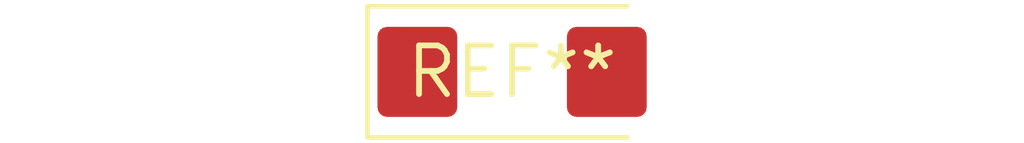
<source format=kicad_pcb>
(kicad_pcb (version 20240108) (generator pcbnew)
  (layers (0 "F.Cu" signal) (31 "B.Cu" signal) (34 "B.Paste" user) (35 "F.Paste" user) (36 "B.SilkS" user "B.Silkscreen") (37 "F.SilkS" user "F.Silkscreen") (38 "B.Mask" user) (39 "F.Mask" user) (44 "Edge.Cuts" user))
  (net 0 "")
  (footprint "CP_EIA-6032-28_Kemet-C" (layer "F.Cu") (at 0 0)
    (property "Reference" "REF**")
    (property "Value" "CP_EIA-6032-28_Kemet-C")
    (fp_line (start -3.76 -1.71) (end -3.76 1.71) (layer "F.SilkS") (stroke (width 0.12)))
    (fp_line (start -3.76 1.71) (end 3 1.71) (layer "F.SilkS") (stroke (width 0.12)))
    (fp_line (start 3 -1.71) (end -3.76 -1.71) (layer "F.SilkS") (stroke (width 0.12)))
    (pad "1" smd roundrect (at -2.4625 0) (size 2.075 2.35) (layers "F.Cu" "F.Paste" "F.Mask") (roundrect_rratio 0.120482))
    (pad "2" smd roundrect (at 2.4625 0) (size 2.075 2.35) (layers "F.Cu" "F.Paste" "F.Mask") (roundrect_rratio 0.120482))
  )
)
</source>
